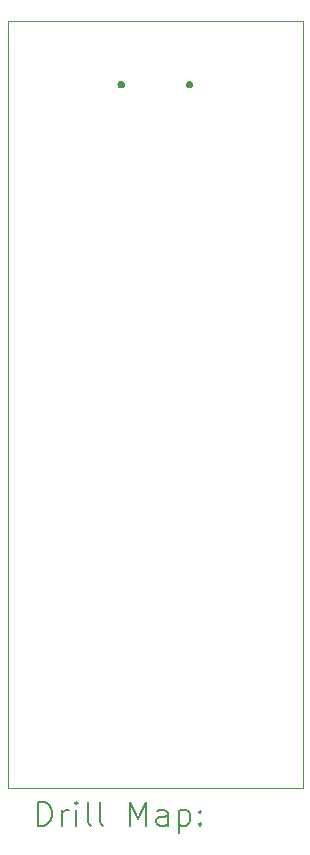
<source format=gbr>
%TF.GenerationSoftware,KiCad,Pcbnew,8.0.8*%
%TF.CreationDate,2025-04-09T23:46:12+08:00*%
%TF.ProjectId,usb-4uart,7573622d-3475-4617-9274-2e6b69636164,rev?*%
%TF.SameCoordinates,Original*%
%TF.FileFunction,Drillmap*%
%TF.FilePolarity,Positive*%
%FSLAX45Y45*%
G04 Gerber Fmt 4.5, Leading zero omitted, Abs format (unit mm)*
G04 Created by KiCad (PCBNEW 8.0.8) date 2025-04-09 23:46:12*
%MOMM*%
%LPD*%
G01*
G04 APERTURE LIST*
%ADD10C,0.050000*%
%ADD11C,0.000000*%
%ADD12C,0.200000*%
G04 APERTURE END LIST*
D10*
X2000000Y-1850000D02*
X4500000Y-1850000D01*
X4500000Y-8350000D01*
X2000000Y-8350000D01*
X2000000Y-1850000D01*
D11*
G36*
X2977250Y-2360124D02*
G01*
X2985896Y-2367379D01*
X2991540Y-2377154D01*
X2993500Y-2388270D01*
X2991540Y-2399386D01*
X2985896Y-2409161D01*
X2977250Y-2416416D01*
X2966644Y-2420276D01*
X2955356Y-2420276D01*
X2944750Y-2416416D01*
X2936104Y-2409161D01*
X2930460Y-2399386D01*
X2928500Y-2388270D01*
X2930460Y-2377154D01*
X2936104Y-2367379D01*
X2944750Y-2360124D01*
X2955356Y-2356264D01*
X2966644Y-2356264D01*
X2977250Y-2360124D01*
G37*
G36*
X3555250Y-2360124D02*
G01*
X3563896Y-2367379D01*
X3569540Y-2377154D01*
X3571500Y-2388270D01*
X3569540Y-2399386D01*
X3563896Y-2409161D01*
X3555250Y-2416416D01*
X3544644Y-2420276D01*
X3533356Y-2420276D01*
X3522750Y-2416416D01*
X3514104Y-2409161D01*
X3508460Y-2399386D01*
X3506500Y-2388270D01*
X3508460Y-2377154D01*
X3514104Y-2367379D01*
X3522750Y-2360124D01*
X3533356Y-2356264D01*
X3544644Y-2356264D01*
X3555250Y-2360124D01*
G37*
D12*
X2258277Y-8663984D02*
X2258277Y-8463984D01*
X2258277Y-8463984D02*
X2305896Y-8463984D01*
X2305896Y-8463984D02*
X2334467Y-8473508D01*
X2334467Y-8473508D02*
X2353515Y-8492555D01*
X2353515Y-8492555D02*
X2363039Y-8511603D01*
X2363039Y-8511603D02*
X2372563Y-8549698D01*
X2372563Y-8549698D02*
X2372563Y-8578270D01*
X2372563Y-8578270D02*
X2363039Y-8616365D01*
X2363039Y-8616365D02*
X2353515Y-8635412D01*
X2353515Y-8635412D02*
X2334467Y-8654460D01*
X2334467Y-8654460D02*
X2305896Y-8663984D01*
X2305896Y-8663984D02*
X2258277Y-8663984D01*
X2458277Y-8663984D02*
X2458277Y-8530650D01*
X2458277Y-8568746D02*
X2467801Y-8549698D01*
X2467801Y-8549698D02*
X2477324Y-8540174D01*
X2477324Y-8540174D02*
X2496372Y-8530650D01*
X2496372Y-8530650D02*
X2515420Y-8530650D01*
X2582086Y-8663984D02*
X2582086Y-8530650D01*
X2582086Y-8463984D02*
X2572563Y-8473508D01*
X2572563Y-8473508D02*
X2582086Y-8483031D01*
X2582086Y-8483031D02*
X2591610Y-8473508D01*
X2591610Y-8473508D02*
X2582086Y-8463984D01*
X2582086Y-8463984D02*
X2582086Y-8483031D01*
X2705896Y-8663984D02*
X2686848Y-8654460D01*
X2686848Y-8654460D02*
X2677324Y-8635412D01*
X2677324Y-8635412D02*
X2677324Y-8463984D01*
X2810658Y-8663984D02*
X2791610Y-8654460D01*
X2791610Y-8654460D02*
X2782086Y-8635412D01*
X2782086Y-8635412D02*
X2782086Y-8463984D01*
X3039229Y-8663984D02*
X3039229Y-8463984D01*
X3039229Y-8463984D02*
X3105896Y-8606841D01*
X3105896Y-8606841D02*
X3172562Y-8463984D01*
X3172562Y-8463984D02*
X3172562Y-8663984D01*
X3353515Y-8663984D02*
X3353515Y-8559222D01*
X3353515Y-8559222D02*
X3343991Y-8540174D01*
X3343991Y-8540174D02*
X3324943Y-8530650D01*
X3324943Y-8530650D02*
X3286848Y-8530650D01*
X3286848Y-8530650D02*
X3267801Y-8540174D01*
X3353515Y-8654460D02*
X3334467Y-8663984D01*
X3334467Y-8663984D02*
X3286848Y-8663984D01*
X3286848Y-8663984D02*
X3267801Y-8654460D01*
X3267801Y-8654460D02*
X3258277Y-8635412D01*
X3258277Y-8635412D02*
X3258277Y-8616365D01*
X3258277Y-8616365D02*
X3267801Y-8597317D01*
X3267801Y-8597317D02*
X3286848Y-8587793D01*
X3286848Y-8587793D02*
X3334467Y-8587793D01*
X3334467Y-8587793D02*
X3353515Y-8578270D01*
X3448753Y-8530650D02*
X3448753Y-8730650D01*
X3448753Y-8540174D02*
X3467801Y-8530650D01*
X3467801Y-8530650D02*
X3505896Y-8530650D01*
X3505896Y-8530650D02*
X3524943Y-8540174D01*
X3524943Y-8540174D02*
X3534467Y-8549698D01*
X3534467Y-8549698D02*
X3543991Y-8568746D01*
X3543991Y-8568746D02*
X3543991Y-8625889D01*
X3543991Y-8625889D02*
X3534467Y-8644936D01*
X3534467Y-8644936D02*
X3524943Y-8654460D01*
X3524943Y-8654460D02*
X3505896Y-8663984D01*
X3505896Y-8663984D02*
X3467801Y-8663984D01*
X3467801Y-8663984D02*
X3448753Y-8654460D01*
X3629705Y-8644936D02*
X3639229Y-8654460D01*
X3639229Y-8654460D02*
X3629705Y-8663984D01*
X3629705Y-8663984D02*
X3620182Y-8654460D01*
X3620182Y-8654460D02*
X3629705Y-8644936D01*
X3629705Y-8644936D02*
X3629705Y-8663984D01*
X3629705Y-8540174D02*
X3639229Y-8549698D01*
X3639229Y-8549698D02*
X3629705Y-8559222D01*
X3629705Y-8559222D02*
X3620182Y-8549698D01*
X3620182Y-8549698D02*
X3629705Y-8540174D01*
X3629705Y-8540174D02*
X3629705Y-8559222D01*
M02*

</source>
